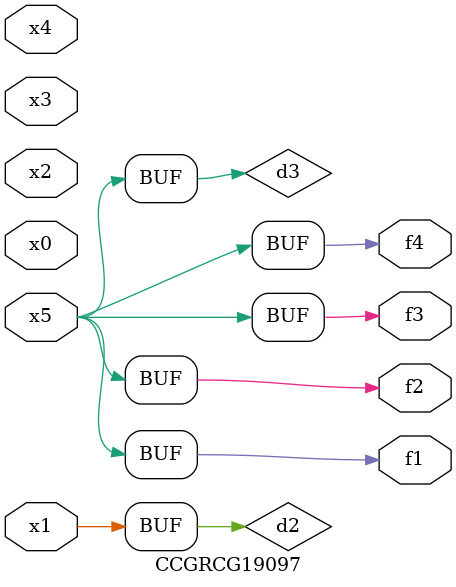
<source format=v>
module CCGRCG19097(
	input x0, x1, x2, x3, x4, x5,
	output f1, f2, f3, f4
);

	wire d1, d2, d3;

	not (d1, x5);
	or (d2, x1);
	xnor (d3, d1);
	assign f1 = d3;
	assign f2 = d3;
	assign f3 = d3;
	assign f4 = d3;
endmodule

</source>
